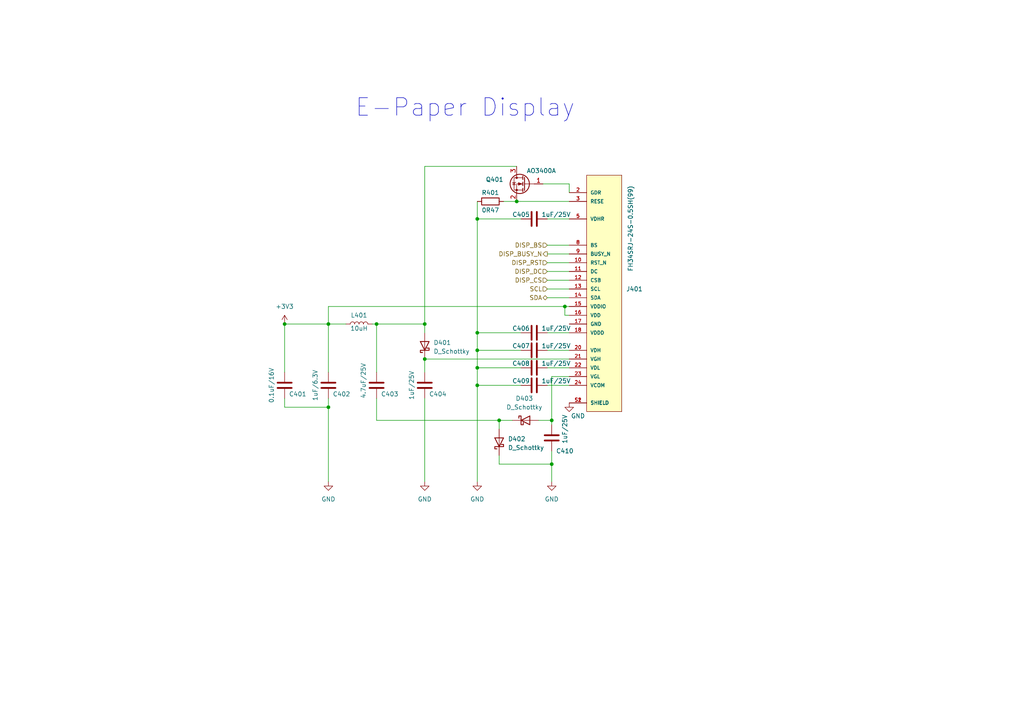
<source format=kicad_sch>
(kicad_sch (version 20211123) (generator eeschema)
  (paper "A4")
  (title_block (title "FabReader2") (date "2022-05-22") (rev "0.1") (company "RLKM UG (haftungsbeschränkt)") (comment 1 "Autoren: Joseph Langosch, Kai Kriegel"))
  (lib_symbols
    (symbol "Device:C" (pin_numbers hide) (pin_names (offset 0.254))
      (property "Reference" "C" (at 0.635 2.54 0))
      (property "Value" "C" (at 0.635 -2.54 0))
      (symbol "C_0_1"
        (polyline (pts (xy -2.032 -0.762) (xy 2.032 -0.762)) (stroke (width 0.508)))
        (polyline (pts (xy -2.032 0.762) (xy 2.032 0.762)) (stroke (width 0.508)))
      )
      (symbol "C_1_1"
        (pin passive line (at 0 3.81 270) (length 2.794) (name "~") (number "1"))
        (pin passive line (at 0 -3.81 90) (length 2.794) (name "~") (number "2"))
      )
    )
    (symbol "Device:D_Schottky" (pin_numbers hide) (pin_names (offset 1.016) hide)
      (property "Reference" "D" (at 0 2.54 0))
      (property "Value" "D_Schottky" (at 0 -2.54 0))
      (symbol "D_Schottky_0_1"
        (polyline (pts (xy 1.27 0) (xy -1.27 0)))
        (polyline (pts (xy 1.27 1.27) (xy 1.27 -1.27) (xy -1.27 0) (xy 1.27 1.27)) (stroke (width 0.254)))
        (polyline (pts (xy -1.905 0.635) (xy -1.905 1.27) (xy -1.27 1.27) (xy -1.27 -1.27) (xy -0.635 -1.27) (xy -0.635 -0.635)) (stroke (width 0.254)))
      )
      (symbol "D_Schottky_1_1"
        (pin passive line (at -3.81 0 0) (length 2.54) (name "K") (number "1"))
        (pin passive line (at 3.81 0 180) (length 2.54) (name "A") (number "2"))
      )
    )
    (symbol "Device:L" (pin_numbers hide) (pin_names (offset 1.016) hide)
      (property "Reference" "L" (at -1.27 0 90))
      (property "Value" "L" (at 1.905 0 90))
      (symbol "L_0_1"
        (arc (start 0 -2.54) (mid 0.635 -1.905) (end 0 -1.27))
        (arc (start 0 -1.27) (mid 0.635 -0.635) (end 0 0))
        (arc (start 0 0) (mid 0.635 0.635) (end 0 1.27))
        (arc (start 0 1.27) (mid 0.635 1.905) (end 0 2.54))
      )
      (symbol "L_1_1"
        (pin passive line (at 0 3.81 270) (length 1.27) (name "1") (number "1"))
        (pin passive line (at 0 -3.81 90) (length 1.27) (name "2") (number "2"))
      )
    )
    (symbol "Device:R" (pin_numbers hide) (pin_names (offset 0))
      (property "Reference" "R" (at 2.032 0 90))
      (property "Value" "R" (at 0 0 90))
      (symbol "R_0_1"
        (rectangle (start -1.016 -2.54) (end 1.016 2.54) (stroke (width 0.254)))
      )
      (symbol "R_1_1"
        (pin passive line (at 0 3.81 270) (length 1.27) (name "~") (number "1"))
        (pin passive line (at 0 -3.81 90) (length 1.27) (name "~") (number "2"))
      )
    )
    (symbol "FH34SRJ-24S-0.5SH_99_:FH34SRJ-24S-0.5SH(99)" (pin_names (offset 1.016))
      (property "Reference" "J1" (at 6.35 0.0001 0))
      (property "Value" "FH34SRJ-24S-0.5SH(99)" (at 6.35 -2.5399 0))
      (symbol "FH34SRJ-24S-0.5SH(99)_0_0"
        (rectangle (start -5.08 -35.56) (end 5.08 33.02) (fill (type background)))
        (pin passive line (at -10.16 30.48 0) (length 5.08) hide (name "NC") (number "1"))
        (pin passive line (at -10.16 7.62 0) (length 5.08) (name "RST_N") (number "10"))
        (pin passive line (at -10.16 5.08 0) (length 5.08) (name "DC") (number "11"))
        (pin passive line (at -10.16 2.54 0) (length 5.08) (name "CSB") (number "12"))
        (pin passive line (at -10.16 0 0) (length 5.08) (name "SCL") (number "13"))
        (pin passive line (at -10.16 -2.54 0) (length 5.08) (name "SDA") (number "14"))
        (pin passive line (at -10.16 -5.08 0) (length 5.08) (name "VDDIO") (number "15"))
        (pin passive line (at -10.16 -7.62 0) (length 5.08) (name "VDD") (number "16"))
        (pin passive line (at -10.16 -10.16 0) (length 5.08) (name "GND") (number "17"))
        (pin passive line (at -10.16 -12.7 0) (length 5.08) (name "VDDD") (number "18"))
        (pin passive line (at -10.16 -15.24 0) (length 5.08) hide (name "NC") (number "19"))
        (pin passive line (at -10.16 27.94 0) (length 5.08) (name "GDR") (number "2"))
        (pin passive line (at -10.16 -17.78 0) (length 5.08) (name "VDH") (number "20"))
        (pin passive line (at -10.16 -20.32 0) (length 5.08) (name "VGH") (number "21"))
        (pin passive line (at -10.16 -22.86 0) (length 5.08) (name "VDL") (number "22"))
        (pin passive line (at -10.16 -25.4 0) (length 5.08) (name "VGL") (number "23"))
        (pin passive line (at -10.16 -27.94 0) (length 5.08) (name "VCOM") (number "24"))
        (pin passive line (at -10.16 25.4 0) (length 5.08) (name "RESE") (number "3"))
        (pin passive line (at -10.16 22.86 0) (length 5.08) hide (name "NC") (number "4"))
        (pin passive line (at -10.16 20.32 0) (length 5.08) (name "VDHR") (number "5"))
        (pin passive line (at -10.16 17.78 0) (length 5.08) hide (name "NC") (number "6"))
        (pin passive line (at -10.16 15.24 0) (length 5.08) hide (name "NC") (number "7"))
        (pin passive line (at -10.16 12.7 0) (length 5.08) (name "BS") (number "8"))
        (pin passive line (at -10.16 10.16 0) (length 5.08) (name "BUSY_N") (number "9"))
        (pin passive line (at -10.16 -33.02 0) (length 5.08) (name "SHIELD") (number "S1"))
        (pin passive line (at -10.16 -33.02 0) (length 5.08) (name "SHIELD") (number "S2"))
      )
    )
    (symbol "Transistor_FET:AO3400A" (pin_names hide)
      (property "Reference" "Q" (at 5.08 1.905 0))
      (property "Value" "AO3400A" (at 5.08 0 0))
      (symbol "AO3400A_0_1"
        (polyline (pts (xy 0.254 0) (xy -2.54 0)))
        (polyline (pts (xy 0.254 1.905) (xy 0.254 -1.905)) (stroke (width 0.254)))
        (polyline (pts (xy 0.762 -1.27) (xy 0.762 -2.286)) (stroke (width 0.254)))
        (polyline (pts (xy 0.762 0.508) (xy 0.762 -0.508)) (stroke (width 0.254)))
        (polyline (pts (xy 0.762 2.286) (xy 0.762 1.27)) (stroke (width 0.254)))
        (polyline (pts (xy 2.54 2.54) (xy 2.54 1.778)))
        (polyline (pts (xy 2.54 -2.54) (xy 2.54 0) (xy 0.762 0)))
        (polyline (pts (xy 0.762 -1.778) (xy 3.302 -1.778) (xy 3.302 1.778) (xy 0.762 1.778)))
        (polyline (pts (xy 1.016 0) (xy 2.032 0.381) (xy 2.032 -0.381) (xy 1.016 0)) (fill (type outline)))
        (polyline (pts (xy 2.794 0.508) (xy 2.921 0.381) (xy 3.683 0.381) (xy 3.81 0.254)))
        (polyline (pts (xy 3.302 0.381) (xy 2.921 -0.254) (xy 3.683 -0.254) (xy 3.302 0.381)))
        (circle (center 1.651 0) (radius 2.794) (stroke (width 0.254)))
        (circle (center 2.54 -1.778) (radius 0.254) (fill (type outline)))
        (circle (center 2.54 1.778) (radius 0.254) (fill (type outline)))
      )
      (symbol "AO3400A_1_1"
        (pin input line (at -5.08 0 0) (length 2.54) (name "G") (number "1"))
        (pin passive line (at 2.54 -5.08 90) (length 2.54) (name "S") (number "2"))
        (pin passive line (at 2.54 5.08 270) (length 2.54) (name "D") (number "3"))
      )
    )
    (symbol "power:+3V3" (power) (pin_names (offset 0))
      (property "Value" "+3V3" (at 0 3.556 0))
      (symbol "+3V3_0_1"
        (polyline (pts (xy -0.762 1.27) (xy 0 2.54)))
        (polyline (pts (xy 0 0) (xy 0 2.54)))
        (polyline (pts (xy 0 2.54) (xy 0.762 1.27)))
      )
      (symbol "+3V3_1_1"
        (pin power_in line (at 0 0 90) (length 0) hide (name "+3V3") (number "1"))
      )
    )
    (symbol "power:GND" (power) (pin_names (offset 0))
      (property "Value" "GND" (at 0 -3.81 0))
      (symbol "GND_0_1"
        (polyline (pts (xy 0 0) (xy 0 -1.27) (xy 1.27 -1.27) (xy 0 -2.54) (xy -1.27 -1.27) (xy 0 -1.27)))
      )
      (symbol "GND_1_1"
        (pin power_in line (at 0 0 270) (length 0) hide (name "GND") (number "1"))
      )
    )
  )
  (junction (at 138.43 96.52))
  (junction (at 149.86 58.42))
  (junction (at 138.43 101.6))
  (junction (at 82.55 93.98))
  (junction (at 144.78 121.92))
  (junction (at 160.02 121.92))
  (junction (at 95.25 118.11))
  (junction (at 138.43 111.76))
  (junction (at 95.25 93.98))
  (junction (at 160.02 134.62))
  (junction (at 109.22 93.98))
  (junction (at 123.19 104.14))
  (junction (at 163.83 88.9))
  (junction (at 138.43 63.5))
  (junction (at 138.43 106.68))
  (junction (at 123.19 93.98))
  (wire (pts (xy 138.43 96.52) (xy 138.43 63.5)))
  (wire (pts (xy 144.78 134.62) (xy 160.02 134.62)))
  (wire (pts (xy 138.43 63.5) (xy 151.13 63.5)))
  (wire (pts (xy 123.19 115.57) (xy 123.19 139.7)))
  (wire (pts (xy 158.75 83.82) (xy 165.1 83.82)))
  (wire (pts (xy 138.43 106.68) (xy 138.43 101.6)))
  (wire (pts (xy 158.75 71.12) (xy 165.1 71.12)))
  (wire (pts (xy 163.83 88.9) (xy 163.83 91.44)))
  (wire (pts (xy 158.75 106.68) (xy 165.1 106.68)))
  (wire (pts (xy 158.75 101.6) (xy 165.1 101.6)))
  (wire (pts (xy 109.22 121.92) (xy 144.78 121.92)))
  (wire (pts (xy 138.43 101.6) (xy 138.43 96.52)))
  (wire (pts (xy 95.25 107.95) (xy 95.25 93.98)))
  (wire (pts (xy 123.19 96.52) (xy 123.19 93.98)))
  (wire (pts (xy 158.75 86.36) (xy 165.1 86.36)))
  (wire (pts (xy 138.43 101.6) (xy 151.13 101.6)))
  (wire (pts (xy 160.02 134.62) (xy 160.02 139.7)))
  (wire (pts (xy 107.95 93.98) (xy 109.22 93.98)))
  (wire (pts (xy 109.22 107.95) (xy 109.22 93.98)))
  (wire (pts (xy 156.21 121.92) (xy 160.02 121.92)))
  (wire (pts (xy 95.25 88.9) (xy 163.83 88.9)))
  (wire (pts (xy 146.05 58.42) (xy 149.86 58.42)))
  (wire (pts (xy 158.75 111.76) (xy 165.1 111.76)))
  (wire (pts (xy 158.75 73.66) (xy 165.1 73.66)))
  (wire (pts (xy 138.43 96.52) (xy 151.13 96.52)))
  (wire (pts (xy 123.19 104.14) (xy 165.1 104.14)))
  (wire (pts (xy 144.78 132.08) (xy 144.78 134.62)))
  (wire (pts (xy 138.43 58.42) (xy 138.43 63.5)))
  (wire (pts (xy 138.43 111.76) (xy 138.43 139.7)))
  (wire (pts (xy 82.55 93.98) (xy 95.25 93.98)))
  (wire (pts (xy 165.1 88.9) (xy 163.83 88.9)))
  (wire (pts (xy 109.22 115.57) (xy 109.22 121.92)))
  (wire (pts (xy 138.43 111.76) (xy 138.43 106.68)))
  (wire (pts (xy 148.59 121.92) (xy 144.78 121.92)))
  (wire (pts (xy 95.25 115.57) (xy 95.25 118.11)))
  (wire (pts (xy 165.1 53.34) (xy 165.1 55.88)))
  (wire (pts (xy 158.75 63.5) (xy 165.1 63.5)))
  (wire (pts (xy 158.75 76.2) (xy 165.1 76.2)))
  (wire (pts (xy 158.75 96.52) (xy 165.1 96.52)))
  (wire (pts (xy 123.19 48.26) (xy 123.19 93.98)))
  (wire (pts (xy 158.75 81.28) (xy 165.1 81.28)))
  (wire (pts (xy 160.02 130.81) (xy 160.02 134.62)))
  (wire (pts (xy 151.13 111.76) (xy 138.43 111.76)))
  (wire (pts (xy 82.55 115.57) (xy 82.55 118.11)))
  (wire (pts (xy 163.83 91.44) (xy 165.1 91.44)))
  (wire (pts (xy 123.19 104.14) (xy 123.19 107.95)))
  (wire (pts (xy 95.25 93.98) (xy 95.25 88.9)))
  (wire (pts (xy 149.86 58.42) (xy 165.1 58.42)))
  (wire (pts (xy 160.02 109.22) (xy 160.02 121.92)))
  (wire (pts (xy 165.1 109.22) (xy 160.02 109.22)))
  (wire (pts (xy 95.25 118.11) (xy 95.25 139.7)))
  (wire (pts (xy 95.25 93.98) (xy 100.33 93.98)))
  (wire (pts (xy 158.75 78.74) (xy 165.1 78.74)))
  (wire (pts (xy 144.78 121.92) (xy 144.78 124.46)))
  (wire (pts (xy 123.19 48.26) (xy 149.86 48.26)))
  (wire (pts (xy 82.55 118.11) (xy 95.25 118.11)))
  (wire (pts (xy 138.43 106.68) (xy 151.13 106.68)))
  (wire (pts (xy 160.02 121.92) (xy 160.02 123.19)))
  (wire (pts (xy 109.22 93.98) (xy 123.19 93.98)))
  (wire (pts (xy 82.55 107.95) (xy 82.55 93.98)))
  (wire (pts (xy 157.48 53.34) (xy 165.1 53.34)))
  (text "E-Paper Display" (at 102.87 34.29 0) (effects (font (size 5.08 5.08)) (justify left bottom)))
  (hierarchical_label "DISP_DC" (shape input) (at 158.75 78.74 180))
  (hierarchical_label "DISP_BS" (shape input) (at 158.75 71.12 180))
  (hierarchical_label "SCL" (shape input) (at 158.75 83.82 180))
  (hierarchical_label "DISP_RST" (shape input) (at 158.75 76.2 180))
  (hierarchical_label "DISP_BUSY_N" (shape output) (at 158.75 73.66 180))
  (hierarchical_label "SDA" (shape bidirectional) (at 158.75 86.36 180))
  (hierarchical_label "DISP_CS" (shape input) (at 158.75 81.28 180))
  (symbol (lib_id "Device:L") (at 104.14 93.98 90) (unit 1)
    (property "Reference" "L401" (at 104.14 91.44 90))
    (property "Value" "10uH" (at 104.14 95.25 90))
    (property "Footprint" "ASPI-2515:L_Abracon_ASPI-2515" (effects hide))
  )
  (symbol (lib_id "Device:C") (at 154.94 106.68 90) (unit 1)
    (property "Reference" "C408" (at 151.13 105.41 90))
    (property "Value" "1uF/25V" (at 161.29 105.41 90))
    (property "Footprint" "Capacitor_SMD:C_0603_1608Metric" (effects hide))
  )
  (symbol (lib_id "power:GND") (at 123.19 139.7 0) (unit 1)
    (property "Reference" "#PWR0403" (effects hide))
    (property "Value" "GND" (at 123.19 144.78 0))
  )
  (symbol (lib_id "Device:C") (at 154.94 96.52 90) (unit 1)
    (property "Reference" "C406" (at 151.13 95.25 90))
    (property "Value" "1uF/25V" (at 161.29 95.25 90))
    (property "Footprint" "Capacitor_SMD:C_0603_1608Metric" (effects hide))
  )
  (symbol (lib_id "power:+3V3") (at 82.55 93.98 0) (unit 1)
    (property "Reference" "#PWR0401" (effects hide))
    (property "Value" "+3V3" (at 82.55 88.9 0))
  )
  (symbol (lib_id "Device:D_Schottky") (at 123.19 100.33 90) (unit 1)
    (property "Reference" "D401" (at 125.73 99.3774 90) (effects (justify right)))
    (property "Value" "D_Schottky" (at 125.73 101.9174 90) (effects (justify right)))
    (property "Footprint" "Diode_SMD:D_SOD-123F" (effects hide))
  )
  (symbol (lib_id "Device:C") (at 95.25 111.76 180) (unit 1)
    (property "Reference" "C402" (at 99.06 114.3 0))
    (property "Value" "1uF/6.3V" (at 91.44 111.76 90))
    (property "Footprint" "Capacitor_SMD:C_0603_1608Metric" (effects hide))
  )
  (symbol (lib_id "Device:C") (at 160.02 127 0) (unit 1)
    (property "Reference" "C410" (at 163.83 130.81 0))
    (property "Value" "1uF/25V" (at 163.83 124.46 90))
    (property "Footprint" "Capacitor_SMD:C_0603_1608Metric" (effects hide))
  )
  (symbol (lib_id "Device:C") (at 123.19 111.76 180) (unit 1)
    (property "Reference" "C404" (at 127 114.3 0))
    (property "Value" "1uF/25V" (at 119.38 111.76 90))
    (property "Footprint" "Capacitor_SMD:C_0603_1608Metric" (effects hide))
  )
  (symbol (lib_id "Device:C") (at 154.94 63.5 90) (unit 1)
    (property "Reference" "C405" (at 151.13 62.23 90))
    (property "Value" "1uF/25V" (at 161.29 62.23 90))
    (property "Footprint" "Capacitor_SMD:C_0603_1608Metric" (effects hide))
  )
  (symbol (lib_id "Device:R") (at 142.24 58.42 90) (unit 1)
    (property "Reference" "R401" (at 142.24 55.88 90))
    (property "Value" "0R47" (at 142.24 60.96 90))
    (property "Footprint" "Resistor_SMD:R_0603_1608Metric" (effects hide))
  )
  (symbol (lib_id "Device:C") (at 154.94 101.6 90) (unit 1)
    (property "Reference" "C407" (at 151.13 100.33 90))
    (property "Value" "1uF/25V" (at 161.29 100.33 90))
    (property "Footprint" "Capacitor_SMD:C_0603_1608Metric" (effects hide))
  )
  (symbol (lib_id "Device:D_Schottky") (at 152.4 121.92 0) (unit 1)
    (property "Reference" "D403" (at 152.0825 115.57 0))
    (property "Value" "D_Schottky" (at 152.0825 118.11 0))
    (property "Footprint" "Diode_SMD:D_SOD-123F" (effects hide))
  )
  (symbol (lib_id "Device:D_Schottky") (at 144.78 128.27 90) (unit 1)
    (property "Reference" "D402" (at 147.32 127.3174 90) (effects (justify right)))
    (property "Value" "D_Schottky" (at 147.32 129.8574 90) (effects (justify right)))
    (property "Footprint" "Diode_SMD:D_SOD-123F" (effects hide))
  )
  (symbol (lib_id "power:GND") (at 160.02 139.7 0) (unit 1)
    (property "Reference" "#PWR0405" (effects hide))
    (property "Value" "GND" (at 160.02 144.78 0))
  )
  (symbol (lib_id "FH34SRJ-24S-0.5SH_99_:FH34SRJ-24S-0.5SH(99)") (at 175.26 83.82 0) (unit 1)
    (property "Reference" "J401" (at 181.61 83.8199 0) (effects (justify left)))
    (property "Value" "FH34SRJ-24S-0.5SH(99)" (at 182.88 78.74 90) (effects (justify left)))
    (property "Footprint" "FH34SRJ-24S-0:HRS_FH34SRJ-24S-0.5SH(99)" (effects hide))
    (property "MANUFACTURER" "HIROSE ELECTRIC" (effects hide))
    (property "MAXIMUM_PACKAGE_HEIGHT" "1.75mm" (effects hide))
    (property "PARTREV" "NA" (effects hide))
    (property "STANDARD" "Manufacturer Recommendations" (effects hide))
  )
  (symbol (lib_id "Device:C") (at 82.55 111.76 180) (unit 1)
    (property "Reference" "C401" (at 86.36 114.3 0))
    (property "Value" "0.1uF/16V" (at 78.74 111.76 90))
    (property "Footprint" "Capacitor_SMD:C_0603_1608Metric" (effects hide))
  )
  (symbol (lib_id "power:GND") (at 165.1 116.84 0) (unit 1)
    (property "Reference" "#PWR0123" (effects hide))
    (property "Value" "GND" (at 167.64 120.65 0))
  )
  (symbol (lib_id "Transistor_FET:AO3400A") (at 152.4 53.34 0) (mirror y) (unit 1)
    (property "Reference" "Q401" (at 146.05 52.0699 0) (effects (justify left)))
    (property "Value" "AO3400A" (at 161.29 49.53 0) (effects (justify left)))
    (property "Footprint" "Package_TO_SOT_SMD:SOT-23" (effects hide))
    (property "Datasheet" "http://www.aosmd.com/pdfs/datasheet/AO3400A.pdf" (effects hide))
  )
  (symbol (lib_id "Device:C") (at 109.22 111.76 0) (unit 1)
    (property "Reference" "C403" (at 110.49 114.3 0) (effects (justify left)))
    (property "Value" "4.7uF/25V" (at 105.41 115.57 90) (effects (justify left)))
    (property "Footprint" "Capacitor_SMD:C_0603_1608Metric" (effects hide))
  )
  (symbol (lib_id "power:GND") (at 138.43 139.7 0) (unit 1)
    (property "Reference" "#PWR0404" (effects hide))
    (property "Value" "GND" (at 138.43 144.78 0))
  )
  (symbol (lib_id "Device:C") (at 154.94 111.76 90) (unit 1)
    (property "Reference" "C409" (at 151.13 110.49 90))
    (property "Value" "1uF/25V" (at 161.29 110.49 90))
    (property "Footprint" "Capacitor_SMD:C_0603_1608Metric" (effects hide))
  )
  (symbol (lib_id "power:GND") (at 95.25 139.7 0) (unit 1)
    (property "Reference" "#PWR0402" (effects hide))
    (property "Value" "GND" (at 95.25 144.78 0))
  )
)
</source>
